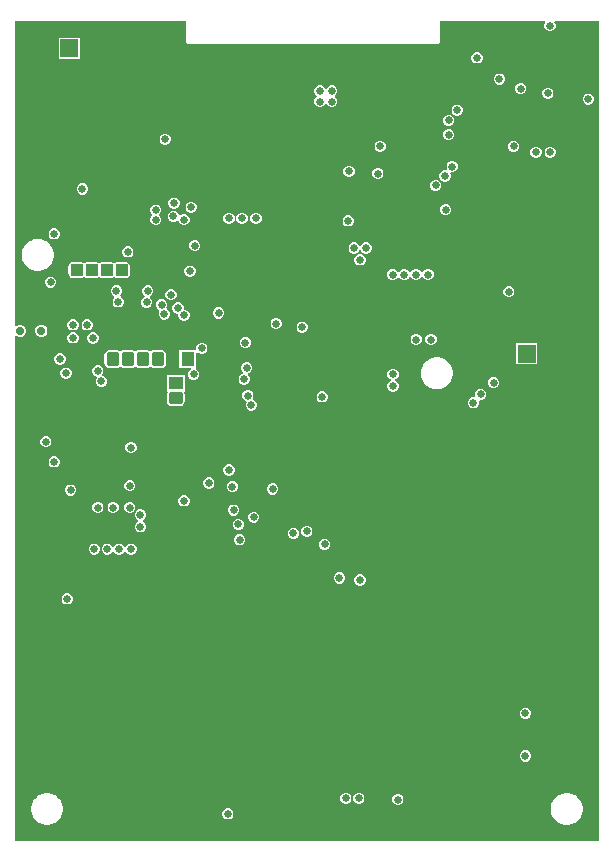
<source format=gbr>
%TF.GenerationSoftware,Altium Limited,Altium Designer,21.2.2 (38)*%
G04 Layer_Physical_Order=3*
G04 Layer_Color=16440176*
%FSLAX45Y45*%
%MOMM*%
%TF.SameCoordinates,215B76EA-4B9E-490E-954B-DD862D4548B8*%
%TF.FilePolarity,Positive*%
%TF.FileFunction,Copper,L3,Inr,Signal*%
%TF.Part,Single*%
G01*
G75*
%TA.AperFunction,ComponentPad*%
%ADD70C,0.70000*%
G04:AMPARAMS|DCode=71|XSize=1.2mm|YSize=1.1mm|CornerRadius=0.275mm|HoleSize=0mm|Usage=FLASHONLY|Rotation=0.000|XOffset=0mm|YOffset=0mm|HoleType=Round|Shape=RoundedRectangle|*
%AMROUNDEDRECTD71*
21,1,1.20000,0.55000,0,0,0.0*
21,1,0.65000,1.10000,0,0,0.0*
1,1,0.55000,0.32500,-0.27500*
1,1,0.55000,-0.32500,-0.27500*
1,1,0.55000,-0.32500,0.27500*
1,1,0.55000,0.32500,0.27500*
%
%ADD71ROUNDEDRECTD71*%
%ADD72R,1.20000X1.10000*%
G04:AMPARAMS|DCode=73|XSize=1.2mm|YSize=1.1mm|CornerRadius=0.275mm|HoleSize=0mm|Usage=FLASHONLY|Rotation=270.000|XOffset=0mm|YOffset=0mm|HoleType=Round|Shape=RoundedRectangle|*
%AMROUNDEDRECTD73*
21,1,1.20000,0.55000,0,0,270.0*
21,1,0.65000,1.10000,0,0,270.0*
1,1,0.55000,-0.27500,-0.32500*
1,1,0.55000,-0.27500,0.32500*
1,1,0.55000,0.27500,0.32500*
1,1,0.55000,0.27500,-0.32500*
%
%ADD73ROUNDEDRECTD73*%
%ADD74R,1.10000X1.20000*%
%ADD75C,1.50000*%
%ADD76R,1.50000X1.50000*%
G04:AMPARAMS|DCode=77|XSize=1.1mm|YSize=1.1mm|CornerRadius=0.275mm|HoleSize=0mm|Usage=FLASHONLY|Rotation=90.000|XOffset=0mm|YOffset=0mm|HoleType=Round|Shape=RoundedRectangle|*
%AMROUNDEDRECTD77*
21,1,1.10000,0.55000,0,0,90.0*
21,1,0.55000,1.10000,0,0,90.0*
1,1,0.55000,0.27500,0.27500*
1,1,0.55000,0.27500,-0.27500*
1,1,0.55000,-0.27500,-0.27500*
1,1,0.55000,-0.27500,0.27500*
%
%ADD77ROUNDEDRECTD77*%
%ADD78R,1.10000X1.10000*%
%ADD79R,1.50000X1.50000*%
%TA.AperFunction,ViaPad*%
%ADD80C,0.65000*%
G36*
X4974512Y25488D02*
X25488D01*
Y4306926D01*
X38188Y4312187D01*
X43611Y4306764D01*
X62355Y4299000D01*
X82644D01*
X101389Y4306764D01*
X115736Y4321111D01*
X123500Y4339855D01*
Y4360144D01*
X115736Y4378889D01*
X101389Y4393236D01*
X82644Y4401000D01*
X62355D01*
X43611Y4393236D01*
X38188Y4387813D01*
X25488Y4393074D01*
Y6974512D01*
X1474512D01*
Y6800001D01*
X1476452Y6790247D01*
X1481977Y6781978D01*
X1490247Y6776452D01*
X1500001Y6774512D01*
X3599999D01*
X3609753Y6776452D01*
X3618022Y6781978D01*
X3623548Y6790247D01*
X3625488Y6800001D01*
Y6974512D01*
X4514376D01*
X4519636Y6961812D01*
X4517231Y6959407D01*
X4510000Y6941948D01*
Y6923052D01*
X4517231Y6905593D01*
X4530593Y6892231D01*
X4548052Y6885000D01*
X4566948D01*
X4584407Y6892231D01*
X4597769Y6905593D01*
X4605000Y6923052D01*
Y6941948D01*
X4597769Y6959407D01*
X4595364Y6961812D01*
X4600624Y6974512D01*
X4974512D01*
Y25488D01*
D02*
G37*
%LPC*%
G36*
X580000Y6830000D02*
X400000D01*
Y6650000D01*
X580000D01*
Y6830000D01*
D02*
G37*
G36*
X3949448Y6707500D02*
X3930552D01*
X3913093Y6700269D01*
X3899731Y6686907D01*
X3892500Y6669448D01*
Y6650552D01*
X3899731Y6633093D01*
X3913093Y6619731D01*
X3930552Y6612500D01*
X3949448D01*
X3966907Y6619731D01*
X3980269Y6633093D01*
X3987500Y6650552D01*
Y6669448D01*
X3980269Y6686907D01*
X3966907Y6700269D01*
X3949448Y6707500D01*
D02*
G37*
G36*
X4139448Y6527500D02*
X4120552D01*
X4103093Y6520269D01*
X4089731Y6506907D01*
X4082500Y6489448D01*
Y6470552D01*
X4089731Y6453093D01*
X4103093Y6439731D01*
X4120552Y6432500D01*
X4139448D01*
X4156907Y6439731D01*
X4170269Y6453093D01*
X4177500Y6470552D01*
Y6489448D01*
X4170269Y6506907D01*
X4156907Y6520269D01*
X4139448Y6527500D01*
D02*
G37*
G36*
X2719448Y6427500D02*
X2700552D01*
X2683093Y6420269D01*
X2669731Y6406907D01*
X2666873Y6400007D01*
X2653127D01*
X2650269Y6406907D01*
X2636907Y6420269D01*
X2619448Y6427500D01*
X2600552D01*
X2583093Y6420269D01*
X2569731Y6406907D01*
X2562500Y6389448D01*
Y6370552D01*
X2569731Y6353093D01*
X2580064Y6342760D01*
X2581946Y6335000D01*
X2580064Y6327240D01*
X2569731Y6316907D01*
X2562500Y6299448D01*
Y6280552D01*
X2569731Y6263093D01*
X2583093Y6249731D01*
X2600552Y6242500D01*
X2619448D01*
X2636907Y6249731D01*
X2650269Y6263093D01*
X2653127Y6269993D01*
X2666873D01*
X2669731Y6263093D01*
X2683093Y6249731D01*
X2700552Y6242500D01*
X2719448D01*
X2736907Y6249731D01*
X2750269Y6263093D01*
X2757500Y6280552D01*
Y6299448D01*
X2750269Y6316907D01*
X2739936Y6327240D01*
X2738054Y6335000D01*
X2739936Y6342760D01*
X2750269Y6353093D01*
X2757500Y6370552D01*
Y6389448D01*
X2750269Y6406907D01*
X2736907Y6420269D01*
X2719448Y6427500D01*
D02*
G37*
G36*
X4319448Y6447500D02*
X4300552D01*
X4283093Y6440269D01*
X4269731Y6426907D01*
X4262500Y6409448D01*
Y6390552D01*
X4269731Y6373093D01*
X4283093Y6359731D01*
X4300552Y6352500D01*
X4319448D01*
X4336907Y6359731D01*
X4350269Y6373093D01*
X4357500Y6390552D01*
Y6409448D01*
X4350269Y6426907D01*
X4336907Y6440269D01*
X4319448Y6447500D01*
D02*
G37*
G36*
X4549448Y6407500D02*
X4530552D01*
X4513093Y6400269D01*
X4499731Y6386907D01*
X4492500Y6369448D01*
Y6350552D01*
X4499731Y6333093D01*
X4513093Y6319731D01*
X4530552Y6312500D01*
X4549448D01*
X4566907Y6319731D01*
X4580269Y6333093D01*
X4587500Y6350552D01*
Y6369448D01*
X4580269Y6386907D01*
X4566907Y6400269D01*
X4549448Y6407500D01*
D02*
G37*
G36*
X4891948Y6357500D02*
X4873052D01*
X4855593Y6350269D01*
X4842231Y6336907D01*
X4835000Y6319448D01*
Y6300552D01*
X4842231Y6283093D01*
X4855593Y6269731D01*
X4873052Y6262500D01*
X4891948D01*
X4909407Y6269731D01*
X4922769Y6283093D01*
X4930000Y6300552D01*
Y6319448D01*
X4922769Y6336907D01*
X4909407Y6350269D01*
X4891948Y6357500D01*
D02*
G37*
G36*
X3781948Y6265000D02*
X3763052D01*
X3745593Y6257769D01*
X3732231Y6244407D01*
X3725000Y6226948D01*
Y6208052D01*
X3732231Y6190593D01*
X3745593Y6177231D01*
X3763052Y6170000D01*
X3781948D01*
X3799407Y6177231D01*
X3812769Y6190593D01*
X3820000Y6208052D01*
Y6226948D01*
X3812769Y6244407D01*
X3799407Y6257769D01*
X3781948Y6265000D01*
D02*
G37*
G36*
X3709448Y6177500D02*
X3690552D01*
X3673093Y6170269D01*
X3659731Y6156907D01*
X3652500Y6139448D01*
Y6120552D01*
X3659731Y6103093D01*
X3673093Y6089731D01*
X3690552Y6082500D01*
X3709448D01*
X3726907Y6089731D01*
X3740269Y6103093D01*
X3747500Y6120552D01*
Y6139448D01*
X3740269Y6156907D01*
X3726907Y6170269D01*
X3709448Y6177500D01*
D02*
G37*
G36*
Y6057500D02*
X3690552D01*
X3673093Y6050269D01*
X3659731Y6036907D01*
X3652500Y6019448D01*
Y6000552D01*
X3659731Y5983093D01*
X3673093Y5969731D01*
X3690552Y5962500D01*
X3709448D01*
X3726907Y5969731D01*
X3740269Y5983093D01*
X3747500Y6000552D01*
Y6019448D01*
X3740269Y6036907D01*
X3726907Y6050269D01*
X3709448Y6057500D01*
D02*
G37*
G36*
X1309448Y6017500D02*
X1290552D01*
X1273093Y6010269D01*
X1259731Y5996907D01*
X1252500Y5979448D01*
Y5960552D01*
X1259731Y5943093D01*
X1273093Y5929731D01*
X1290552Y5922500D01*
X1309448D01*
X1326907Y5929731D01*
X1340269Y5943093D01*
X1347500Y5960552D01*
Y5979448D01*
X1340269Y5996907D01*
X1326907Y6010269D01*
X1309448Y6017500D01*
D02*
G37*
G36*
X4259448Y5957500D02*
X4240552D01*
X4223093Y5950269D01*
X4209731Y5936907D01*
X4202500Y5919448D01*
Y5900552D01*
X4209731Y5883093D01*
X4223093Y5869731D01*
X4240552Y5862500D01*
X4259448D01*
X4276907Y5869731D01*
X4290269Y5883093D01*
X4297500Y5900552D01*
Y5919448D01*
X4290269Y5936907D01*
X4276907Y5950269D01*
X4259448Y5957500D01*
D02*
G37*
G36*
X3129448D02*
X3110552D01*
X3093093Y5950269D01*
X3079731Y5936907D01*
X3072500Y5919448D01*
Y5900552D01*
X3079731Y5883093D01*
X3093093Y5869731D01*
X3110552Y5862500D01*
X3129448D01*
X3146907Y5869731D01*
X3160269Y5883093D01*
X3167500Y5900552D01*
Y5919448D01*
X3160269Y5936907D01*
X3146907Y5950269D01*
X3129448Y5957500D01*
D02*
G37*
G36*
X4569448Y5907500D02*
X4550552D01*
X4533093Y5900269D01*
X4519731Y5886907D01*
X4512500Y5869448D01*
Y5850552D01*
X4519731Y5833093D01*
X4533093Y5819731D01*
X4550552Y5812500D01*
X4569448D01*
X4586907Y5819731D01*
X4600269Y5833093D01*
X4607500Y5850552D01*
Y5869448D01*
X4600269Y5886907D01*
X4586907Y5900269D01*
X4569448Y5907500D01*
D02*
G37*
G36*
X4449448D02*
X4430552D01*
X4413093Y5900269D01*
X4399731Y5886907D01*
X4392500Y5869448D01*
Y5850552D01*
X4399731Y5833093D01*
X4413093Y5819731D01*
X4430552Y5812500D01*
X4449448D01*
X4466907Y5819731D01*
X4480269Y5833093D01*
X4487500Y5850552D01*
Y5869448D01*
X4480269Y5886907D01*
X4466907Y5900269D01*
X4449448Y5907500D01*
D02*
G37*
G36*
X2865468Y5746020D02*
X2846572D01*
X2829113Y5738789D01*
X2815752Y5725427D01*
X2808520Y5707969D01*
Y5689072D01*
X2815752Y5671613D01*
X2829113Y5658252D01*
X2846572Y5651020D01*
X2865468D01*
X2882927Y5658252D01*
X2896289Y5671613D01*
X2903520Y5689072D01*
Y5707969D01*
X2896289Y5725427D01*
X2882927Y5738789D01*
X2865468Y5746020D01*
D02*
G37*
G36*
X3109448Y5727500D02*
X3090552D01*
X3073093Y5720269D01*
X3059731Y5706907D01*
X3052500Y5689448D01*
Y5670552D01*
X3059731Y5653093D01*
X3073093Y5639731D01*
X3090552Y5632500D01*
X3109448D01*
X3126907Y5639731D01*
X3140269Y5653093D01*
X3147500Y5670552D01*
Y5689448D01*
X3140269Y5706907D01*
X3126907Y5720269D01*
X3109448Y5727500D01*
D02*
G37*
G36*
X3739448Y5787500D02*
X3720552D01*
X3703093Y5780269D01*
X3689731Y5766907D01*
X3682500Y5749448D01*
Y5730552D01*
X3687784Y5717794D01*
X3681766Y5710362D01*
X3678731Y5707500D01*
X3660552D01*
X3643093Y5700269D01*
X3629731Y5686907D01*
X3622500Y5669448D01*
Y5650552D01*
X3629731Y5633093D01*
X3643093Y5619731D01*
X3660552Y5612500D01*
X3679448D01*
X3696907Y5619731D01*
X3710269Y5633093D01*
X3717500Y5650552D01*
Y5669448D01*
X3712216Y5682206D01*
X3718234Y5689638D01*
X3721269Y5692500D01*
X3739448D01*
X3756907Y5699731D01*
X3770269Y5713093D01*
X3777500Y5730552D01*
Y5749448D01*
X3770269Y5766907D01*
X3756907Y5780269D01*
X3739448Y5787500D01*
D02*
G37*
G36*
X3599448Y5627500D02*
X3580552D01*
X3563093Y5620269D01*
X3549731Y5606907D01*
X3542500Y5589448D01*
Y5570552D01*
X3549731Y5553093D01*
X3563093Y5539731D01*
X3580552Y5532500D01*
X3599448D01*
X3616907Y5539731D01*
X3630269Y5553093D01*
X3637500Y5570552D01*
Y5589448D01*
X3630269Y5606907D01*
X3616907Y5620269D01*
X3599448Y5627500D01*
D02*
G37*
G36*
X609448Y5597500D02*
X590552D01*
X573093Y5590269D01*
X559731Y5576907D01*
X552500Y5559448D01*
Y5540552D01*
X559731Y5523093D01*
X573093Y5509731D01*
X590552Y5502500D01*
X609448D01*
X626907Y5509731D01*
X640269Y5523093D01*
X647500Y5540552D01*
Y5559448D01*
X640269Y5576907D01*
X626907Y5590269D01*
X609448Y5597500D01*
D02*
G37*
G36*
X1384448Y5477500D02*
X1365552D01*
X1348093Y5470269D01*
X1334731Y5456907D01*
X1327500Y5439448D01*
Y5420552D01*
X1334731Y5403093D01*
X1348093Y5389731D01*
X1365552Y5382500D01*
X1384448D01*
X1401907Y5389731D01*
X1415269Y5403093D01*
X1422500Y5420552D01*
Y5439448D01*
X1415269Y5456907D01*
X1401907Y5470269D01*
X1384448Y5477500D01*
D02*
G37*
G36*
X1529448Y5442500D02*
X1510552D01*
X1493093Y5435269D01*
X1479731Y5421907D01*
X1472500Y5404448D01*
Y5385552D01*
X1479731Y5368093D01*
X1493093Y5354731D01*
X1510552Y5347500D01*
X1529448D01*
X1546907Y5354731D01*
X1560269Y5368093D01*
X1567500Y5385552D01*
Y5404448D01*
X1560269Y5421907D01*
X1546907Y5435269D01*
X1529448Y5442500D01*
D02*
G37*
G36*
X3684448Y5422500D02*
X3665552D01*
X3648093Y5415269D01*
X3634731Y5401907D01*
X3627500Y5384448D01*
Y5365552D01*
X3634731Y5348093D01*
X3648093Y5334731D01*
X3665552Y5327500D01*
X3684448D01*
X3701907Y5334731D01*
X3715269Y5348093D01*
X3722500Y5365552D01*
Y5384448D01*
X3715269Y5401907D01*
X3701907Y5415269D01*
X3684448Y5422500D01*
D02*
G37*
G36*
X2079448Y5347500D02*
X2060552D01*
X2043093Y5340269D01*
X2029731Y5326907D01*
X2022500Y5309448D01*
Y5290552D01*
X2029731Y5273093D01*
X2043093Y5259731D01*
X2060552Y5252500D01*
X2079448D01*
X2096907Y5259731D01*
X2110269Y5273093D01*
X2117500Y5290552D01*
Y5309448D01*
X2110269Y5326907D01*
X2096907Y5340269D01*
X2079448Y5347500D01*
D02*
G37*
G36*
X1959448D02*
X1940552D01*
X1923093Y5340269D01*
X1909731Y5326907D01*
X1902500Y5309448D01*
Y5290552D01*
X1909731Y5273093D01*
X1923093Y5259731D01*
X1940552Y5252500D01*
X1959448D01*
X1976907Y5259731D01*
X1990269Y5273093D01*
X1997500Y5290552D01*
Y5309448D01*
X1990269Y5326907D01*
X1976907Y5340269D01*
X1959448Y5347500D01*
D02*
G37*
G36*
X1849448D02*
X1830552D01*
X1813093Y5340269D01*
X1799731Y5326907D01*
X1792500Y5309448D01*
Y5290552D01*
X1799731Y5273093D01*
X1813093Y5259731D01*
X1830552Y5252500D01*
X1849448D01*
X1866907Y5259731D01*
X1880269Y5273093D01*
X1887500Y5290552D01*
Y5309448D01*
X1880269Y5326907D01*
X1866907Y5340269D01*
X1849448Y5347500D01*
D02*
G37*
G36*
X1379448Y5365000D02*
X1360552D01*
X1343093Y5357769D01*
X1329731Y5344407D01*
X1322500Y5326948D01*
Y5308052D01*
X1329731Y5290593D01*
X1343093Y5277231D01*
X1360552Y5270000D01*
X1379448D01*
X1396907Y5277231D01*
X1399925Y5280250D01*
X1403020Y5280324D01*
X1414166Y5276530D01*
X1419731Y5263093D01*
X1433093Y5249731D01*
X1450552Y5242500D01*
X1469448D01*
X1486907Y5249731D01*
X1500269Y5263093D01*
X1507500Y5280552D01*
Y5299448D01*
X1500269Y5316907D01*
X1486907Y5330269D01*
X1469448Y5337500D01*
X1450552D01*
X1433093Y5330269D01*
X1430075Y5327250D01*
X1426980Y5327176D01*
X1415834Y5330970D01*
X1410269Y5344407D01*
X1396907Y5357769D01*
X1379448Y5365000D01*
D02*
G37*
G36*
X1229448Y5417500D02*
X1210552D01*
X1193093Y5410269D01*
X1179731Y5396907D01*
X1172500Y5379448D01*
Y5360552D01*
X1179731Y5343093D01*
X1192825Y5330000D01*
X1179731Y5316907D01*
X1172500Y5299448D01*
Y5280552D01*
X1179731Y5263093D01*
X1193093Y5249731D01*
X1210552Y5242500D01*
X1229448D01*
X1246907Y5249731D01*
X1260269Y5263093D01*
X1267500Y5280552D01*
Y5299448D01*
X1260269Y5316907D01*
X1247176Y5330000D01*
X1260269Y5343093D01*
X1267500Y5360552D01*
Y5379448D01*
X1260269Y5396907D01*
X1246907Y5410269D01*
X1229448Y5417500D01*
D02*
G37*
G36*
X2859448Y5327500D02*
X2840552D01*
X2823093Y5320269D01*
X2809731Y5306907D01*
X2802500Y5289448D01*
Y5270552D01*
X2809731Y5253093D01*
X2823093Y5239731D01*
X2840552Y5232500D01*
X2859448D01*
X2876907Y5239731D01*
X2890269Y5253093D01*
X2897500Y5270552D01*
Y5289448D01*
X2890269Y5306907D01*
X2876907Y5320269D01*
X2859448Y5327500D01*
D02*
G37*
G36*
X369448Y5217500D02*
X350552D01*
X333093Y5210269D01*
X319731Y5196907D01*
X312500Y5179448D01*
Y5160552D01*
X319731Y5143093D01*
X333093Y5129731D01*
X350552Y5122500D01*
X369448D01*
X386907Y5129731D01*
X400269Y5143093D01*
X407500Y5160552D01*
Y5179448D01*
X400269Y5196907D01*
X386907Y5210269D01*
X369448Y5217500D01*
D02*
G37*
G36*
X3009448Y5097500D02*
X2990552D01*
X2973093Y5090269D01*
X2959731Y5076907D01*
X2956873Y5070006D01*
X2943127D01*
X2940269Y5076907D01*
X2926907Y5090269D01*
X2909448Y5097500D01*
X2890552D01*
X2873093Y5090269D01*
X2859731Y5076907D01*
X2852500Y5059448D01*
Y5040552D01*
X2859731Y5023093D01*
X2873093Y5009731D01*
X2890552Y5002500D01*
X2909448D01*
X2926907Y5009731D01*
X2940269Y5023093D01*
X2943127Y5029994D01*
X2956873D01*
X2959731Y5023093D01*
X2973093Y5009731D01*
X2990552Y5002500D01*
X3009448D01*
X3026907Y5009731D01*
X3040269Y5023093D01*
X3047500Y5040552D01*
Y5059448D01*
X3040269Y5076907D01*
X3026907Y5090269D01*
X3009448Y5097500D01*
D02*
G37*
G36*
X1559448Y5117500D02*
X1540552D01*
X1523093Y5110269D01*
X1509731Y5096907D01*
X1502500Y5079448D01*
Y5060552D01*
X1509731Y5043093D01*
X1523093Y5029731D01*
X1540552Y5022500D01*
X1559448D01*
X1576907Y5029731D01*
X1590269Y5043093D01*
X1597500Y5060552D01*
Y5079448D01*
X1590269Y5096907D01*
X1576907Y5110269D01*
X1559448Y5117500D01*
D02*
G37*
G36*
X993265Y5065000D02*
X974369D01*
X956910Y5057769D01*
X943548Y5044407D01*
X936317Y5026948D01*
Y5008052D01*
X943548Y4990593D01*
X956910Y4977231D01*
X974369Y4970000D01*
X993265D01*
X1010724Y4977231D01*
X1024086Y4990593D01*
X1031317Y5008052D01*
Y5026948D01*
X1024086Y5044407D01*
X1010724Y5057769D01*
X993265Y5065000D01*
D02*
G37*
G36*
X958500Y4935832D02*
X903500D01*
X886917Y4932534D01*
X876009Y4925245D01*
X867500Y4923954D01*
X858991Y4925245D01*
X848082Y4932534D01*
X831500Y4935832D01*
X776500D01*
X759917Y4932534D01*
X749009Y4925245D01*
X740500Y4923954D01*
X731991Y4925245D01*
X721082Y4932534D01*
X704500Y4935832D01*
X649500D01*
X632917Y4932534D01*
X622009Y4925245D01*
X613500Y4923954D01*
X604991Y4925245D01*
X594082Y4932534D01*
X577500Y4935832D01*
X522500D01*
X505917Y4932534D01*
X491859Y4923141D01*
X482466Y4909082D01*
X479167Y4892500D01*
Y4837500D01*
X482466Y4820917D01*
X491859Y4806859D01*
X505917Y4797466D01*
X522500Y4794167D01*
X577500D01*
X594082Y4797466D01*
X604991Y4804755D01*
X613500Y4806046D01*
X622009Y4804755D01*
X632917Y4797466D01*
X649500Y4794167D01*
X704500D01*
X721082Y4797466D01*
X731991Y4804755D01*
X740500Y4806046D01*
X749009Y4804755D01*
X759917Y4797466D01*
X776500Y4794167D01*
X831500D01*
X848082Y4797466D01*
X858991Y4804755D01*
X867500Y4806046D01*
X876009Y4804755D01*
X886917Y4797466D01*
X903500Y4794167D01*
X958500D01*
X975082Y4797466D01*
X989141Y4806859D01*
X998534Y4820917D01*
X1001832Y4837500D01*
Y4892500D01*
X998534Y4909082D01*
X989141Y4923141D01*
X975082Y4932534D01*
X958500Y4935832D01*
D02*
G37*
G36*
X2959448Y4997500D02*
X2940552D01*
X2923093Y4990269D01*
X2909731Y4976907D01*
X2902500Y4959448D01*
Y4940552D01*
X2909731Y4923093D01*
X2923093Y4909731D01*
X2940552Y4902500D01*
X2959448D01*
X2976907Y4909731D01*
X2990269Y4923093D01*
X2997500Y4940552D01*
Y4959448D01*
X2990269Y4976907D01*
X2976907Y4990269D01*
X2959448Y4997500D01*
D02*
G37*
G36*
X232294Y5127603D02*
X210626D01*
X208164Y5127114D01*
X205653D01*
X184401Y5122886D01*
X182082Y5121925D01*
X179620Y5121436D01*
X159601Y5113144D01*
X157514Y5111749D01*
X155194Y5110788D01*
X137178Y5098750D01*
X135403Y5096975D01*
X133315Y5095580D01*
X117994Y5080258D01*
X116599Y5078171D01*
X114824Y5076396D01*
X102786Y5058380D01*
X101825Y5056061D01*
X100430Y5053973D01*
X92138Y5033954D01*
X91648Y5031492D01*
X90687Y5029172D01*
X86460Y5007920D01*
Y5005410D01*
X85971Y5002948D01*
Y4981280D01*
X86460Y4978817D01*
Y4976307D01*
X90687Y4955055D01*
X91648Y4952735D01*
X92138Y4950273D01*
X100430Y4930254D01*
X101825Y4928167D01*
X102785Y4925848D01*
X114824Y4907831D01*
X116599Y4906056D01*
X117994Y4903969D01*
X133315Y4888647D01*
X135403Y4887252D01*
X137178Y4885477D01*
X155194Y4873439D01*
X157513Y4872479D01*
X159601Y4871083D01*
X179620Y4862791D01*
X182082Y4862301D01*
X184402Y4861341D01*
X205654Y4857114D01*
X208164D01*
X210626Y4856624D01*
X232294D01*
X234756Y4857114D01*
X237267D01*
X258519Y4861341D01*
X260838Y4862302D01*
X263300Y4862791D01*
X283319Y4871083D01*
X285406Y4872478D01*
X287726Y4873439D01*
X305742Y4885477D01*
X307517Y4887252D01*
X309605Y4888647D01*
X324927Y4903969D01*
X326322Y4906056D01*
X328097Y4907831D01*
X340135Y4925848D01*
X341095Y4928166D01*
X342490Y4930254D01*
X350782Y4950273D01*
X351272Y4952735D01*
X352233Y4955055D01*
X356460Y4976307D01*
Y4978818D01*
X356950Y4981280D01*
Y5002948D01*
X356460Y5005409D01*
Y5007920D01*
X352233Y5029172D01*
X351272Y5031492D01*
X350782Y5033954D01*
X342490Y5053973D01*
X341096Y5056060D01*
X340135Y5058380D01*
X328097Y5076396D01*
X326322Y5078171D01*
X324927Y5080258D01*
X309605Y5095580D01*
X307517Y5096975D01*
X305742Y5098750D01*
X287726Y5110788D01*
X285407Y5111748D01*
X283319Y5113144D01*
X263301Y5121436D01*
X260838Y5121925D01*
X258519Y5122886D01*
X237267Y5127114D01*
X234756D01*
X232294Y5127603D01*
D02*
G37*
G36*
X3534448Y4872500D02*
X3515552D01*
X3498093Y4865269D01*
X3484731Y4851907D01*
X3481873Y4845006D01*
X3468127D01*
X3465269Y4851907D01*
X3451907Y4865269D01*
X3434448Y4872500D01*
X3415552D01*
X3398093Y4865269D01*
X3384731Y4851907D01*
X3381873Y4845006D01*
X3368127D01*
X3365269Y4851907D01*
X3351907Y4865269D01*
X3334448Y4872500D01*
X3315552D01*
X3298093Y4865269D01*
X3284731Y4851907D01*
X3281873Y4845006D01*
X3268127D01*
X3265269Y4851907D01*
X3251907Y4865269D01*
X3234448Y4872500D01*
X3215552D01*
X3198093Y4865269D01*
X3184731Y4851907D01*
X3177500Y4834448D01*
Y4815552D01*
X3184731Y4798093D01*
X3198093Y4784731D01*
X3215552Y4777500D01*
X3234448D01*
X3251907Y4784731D01*
X3265269Y4798093D01*
X3268127Y4804994D01*
X3281873D01*
X3284731Y4798093D01*
X3298093Y4784731D01*
X3315552Y4777500D01*
X3334448D01*
X3351907Y4784731D01*
X3365269Y4798093D01*
X3368127Y4804994D01*
X3381873D01*
X3384731Y4798093D01*
X3398093Y4784731D01*
X3415552Y4777500D01*
X3434448D01*
X3451907Y4784731D01*
X3465269Y4798093D01*
X3468127Y4804994D01*
X3481873D01*
X3484731Y4798093D01*
X3498093Y4784731D01*
X3515552Y4777500D01*
X3534448D01*
X3551907Y4784731D01*
X3565269Y4798093D01*
X3572500Y4815552D01*
Y4834448D01*
X3565269Y4851907D01*
X3551907Y4865269D01*
X3534448Y4872500D01*
D02*
G37*
G36*
X1519448Y4901716D02*
X1500552D01*
X1483093Y4894484D01*
X1469731Y4881123D01*
X1462500Y4863664D01*
Y4844768D01*
X1469731Y4827309D01*
X1483093Y4813947D01*
X1500552Y4806716D01*
X1519448D01*
X1536907Y4813947D01*
X1550269Y4827309D01*
X1557500Y4844768D01*
Y4863664D01*
X1550269Y4881123D01*
X1536907Y4894484D01*
X1519448Y4901716D01*
D02*
G37*
G36*
X339448Y4807500D02*
X320552D01*
X303093Y4800269D01*
X289731Y4786907D01*
X282500Y4769448D01*
Y4750552D01*
X289731Y4733093D01*
X303093Y4719731D01*
X320552Y4712500D01*
X339448D01*
X356907Y4719731D01*
X370269Y4733093D01*
X377500Y4750552D01*
Y4769448D01*
X370269Y4786907D01*
X356907Y4800269D01*
X339448Y4807500D01*
D02*
G37*
G36*
X4219448Y4727500D02*
X4200552D01*
X4183093Y4720269D01*
X4169731Y4706907D01*
X4162500Y4689448D01*
Y4670552D01*
X4169731Y4653093D01*
X4183093Y4639731D01*
X4200552Y4632500D01*
X4219448D01*
X4236907Y4639731D01*
X4250269Y4653093D01*
X4257500Y4670552D01*
Y4689448D01*
X4250269Y4706907D01*
X4236907Y4720269D01*
X4219448Y4727500D01*
D02*
G37*
G36*
X1359448Y4702500D02*
X1340552D01*
X1323093Y4695268D01*
X1309731Y4681907D01*
X1302500Y4664448D01*
Y4645552D01*
X1309731Y4628093D01*
X1323093Y4614731D01*
X1340552Y4607500D01*
X1359448D01*
X1376907Y4614731D01*
X1390269Y4628093D01*
X1397500Y4645552D01*
Y4664448D01*
X1390269Y4681907D01*
X1376907Y4695268D01*
X1359448Y4702500D01*
D02*
G37*
G36*
X896948Y4735000D02*
X878052D01*
X860593Y4727769D01*
X847231Y4714407D01*
X840000Y4696948D01*
Y4678052D01*
X847231Y4660593D01*
X860593Y4647231D01*
X867203Y4644493D01*
X869939Y4629614D01*
X862231Y4621907D01*
X855000Y4604448D01*
Y4585552D01*
X862231Y4568093D01*
X875593Y4554731D01*
X893052Y4547500D01*
X911948D01*
X929407Y4554731D01*
X942769Y4568093D01*
X950000Y4585552D01*
Y4604448D01*
X942769Y4621907D01*
X929407Y4635269D01*
X922797Y4638006D01*
X920061Y4652886D01*
X927769Y4660593D01*
X935000Y4678052D01*
Y4696948D01*
X927769Y4714407D01*
X914407Y4727769D01*
X896948Y4735000D01*
D02*
G37*
G36*
X1161948D02*
X1143052D01*
X1125593Y4727769D01*
X1112231Y4714407D01*
X1105000Y4696948D01*
Y4678052D01*
X1112231Y4660593D01*
X1125593Y4647231D01*
X1124476Y4633948D01*
X1115593Y4630269D01*
X1102231Y4616907D01*
X1095000Y4599448D01*
Y4580552D01*
X1102231Y4563093D01*
X1115593Y4549731D01*
X1133052Y4542500D01*
X1151948D01*
X1169407Y4549731D01*
X1182769Y4563093D01*
X1190000Y4580552D01*
Y4599448D01*
X1182769Y4616907D01*
X1169407Y4630268D01*
X1170524Y4643552D01*
X1179407Y4647231D01*
X1192769Y4660593D01*
X1200000Y4678052D01*
Y4696948D01*
X1192769Y4714407D01*
X1179407Y4727769D01*
X1161948Y4735000D01*
D02*
G37*
G36*
X1761948Y4547500D02*
X1743052D01*
X1725593Y4540269D01*
X1712232Y4526907D01*
X1705000Y4509448D01*
Y4490552D01*
X1712232Y4473093D01*
X1725593Y4459731D01*
X1743052Y4452500D01*
X1761948D01*
X1779407Y4459731D01*
X1792769Y4473093D01*
X1800000Y4490552D01*
Y4509448D01*
X1792769Y4526907D01*
X1779407Y4540269D01*
X1761948Y4547500D01*
D02*
G37*
G36*
X1278790Y4618158D02*
X1259893D01*
X1242435Y4610927D01*
X1229073Y4597565D01*
X1221841Y4580107D01*
Y4561210D01*
X1229073Y4543752D01*
X1242435Y4530390D01*
X1247162Y4528431D01*
X1250703Y4513218D01*
X1245000Y4499448D01*
Y4480552D01*
X1252231Y4463093D01*
X1265593Y4449731D01*
X1283052Y4442500D01*
X1301948D01*
X1319407Y4449731D01*
X1332768Y4463093D01*
X1340000Y4480552D01*
Y4499448D01*
X1332768Y4516907D01*
X1319407Y4530269D01*
X1314679Y4532227D01*
X1311138Y4547440D01*
X1316841Y4561210D01*
Y4580107D01*
X1309610Y4597565D01*
X1296248Y4610927D01*
X1278790Y4618158D01*
D02*
G37*
G36*
X1418039Y4590000D02*
X1399142D01*
X1381684Y4582769D01*
X1368322Y4569407D01*
X1361090Y4551948D01*
Y4533052D01*
X1368322Y4515593D01*
X1381684Y4502231D01*
X1399142Y4495000D01*
X1408571D01*
X1411841Y4490106D01*
Y4471210D01*
X1419073Y4453752D01*
X1432435Y4440390D01*
X1449893Y4433158D01*
X1468790D01*
X1486248Y4440390D01*
X1499610Y4453752D01*
X1506841Y4471210D01*
Y4490107D01*
X1499610Y4507565D01*
X1486248Y4520927D01*
X1468790Y4528158D01*
X1459360D01*
X1456091Y4533052D01*
Y4551948D01*
X1448859Y4569407D01*
X1435497Y4582769D01*
X1418039Y4590000D01*
D02*
G37*
G36*
X2249448Y4457500D02*
X2230552D01*
X2213093Y4450269D01*
X2199731Y4436907D01*
X2192500Y4419448D01*
Y4400552D01*
X2199731Y4383093D01*
X2213093Y4369731D01*
X2230552Y4362500D01*
X2249448D01*
X2266907Y4369731D01*
X2280269Y4383093D01*
X2287500Y4400552D01*
Y4419448D01*
X2280269Y4436907D01*
X2266907Y4450269D01*
X2249448Y4457500D01*
D02*
G37*
G36*
X649448Y4447500D02*
X630552D01*
X613093Y4440269D01*
X599731Y4426907D01*
X592500Y4409448D01*
Y4390552D01*
X599731Y4373093D01*
X613093Y4359731D01*
X630552Y4352500D01*
X649448D01*
X666907Y4359731D01*
X680269Y4373093D01*
X687500Y4390552D01*
Y4409448D01*
X680269Y4426907D01*
X666907Y4440269D01*
X649448Y4447500D01*
D02*
G37*
G36*
X529448D02*
X510552D01*
X493093Y4440269D01*
X479731Y4426907D01*
X472500Y4409448D01*
Y4390552D01*
X479731Y4373093D01*
X493093Y4359731D01*
X510552Y4352500D01*
X529448D01*
X546907Y4359731D01*
X560269Y4373093D01*
X567500Y4390552D01*
Y4409448D01*
X560269Y4426907D01*
X546907Y4440269D01*
X529448Y4447500D01*
D02*
G37*
G36*
X2469448Y4427500D02*
X2450552D01*
X2433093Y4420269D01*
X2419731Y4406907D01*
X2412500Y4389448D01*
Y4370552D01*
X2419731Y4353093D01*
X2433093Y4339731D01*
X2450552Y4332500D01*
X2469448D01*
X2486907Y4339731D01*
X2500269Y4353093D01*
X2507500Y4370552D01*
Y4389448D01*
X2500269Y4406907D01*
X2486907Y4420269D01*
X2469448Y4427500D01*
D02*
G37*
G36*
X262645Y4401000D02*
X242356D01*
X223611Y4393236D01*
X209265Y4378889D01*
X201500Y4360144D01*
Y4339855D01*
X209265Y4321111D01*
X223611Y4306764D01*
X242356Y4299000D01*
X262645D01*
X281389Y4306764D01*
X295736Y4321111D01*
X303500Y4339855D01*
Y4360144D01*
X295736Y4378889D01*
X281389Y4393236D01*
X262645Y4401000D01*
D02*
G37*
G36*
X529448Y4337500D02*
X510552D01*
X493093Y4330269D01*
X479731Y4316907D01*
X472500Y4299448D01*
Y4280552D01*
X479731Y4263093D01*
X493093Y4249731D01*
X510552Y4242500D01*
X529448D01*
X546907Y4249731D01*
X560269Y4263093D01*
X567500Y4280552D01*
Y4299448D01*
X560269Y4316907D01*
X546907Y4330269D01*
X529448Y4337500D01*
D02*
G37*
G36*
X699448Y4335000D02*
X680552D01*
X663093Y4327769D01*
X649731Y4314407D01*
X642500Y4296948D01*
Y4278052D01*
X649731Y4260593D01*
X663093Y4247231D01*
X680552Y4240000D01*
X699448D01*
X716907Y4247231D01*
X730269Y4260593D01*
X737500Y4278052D01*
Y4296948D01*
X730269Y4314407D01*
X716907Y4327769D01*
X699448Y4335000D01*
D02*
G37*
G36*
X3559448Y4322500D02*
X3540552D01*
X3523093Y4315269D01*
X3509731Y4301907D01*
X3502500Y4284448D01*
Y4265552D01*
X3509731Y4248093D01*
X3523093Y4234731D01*
X3540552Y4227500D01*
X3559448D01*
X3576907Y4234731D01*
X3590269Y4248093D01*
X3597500Y4265552D01*
Y4284448D01*
X3590269Y4301907D01*
X3576907Y4315269D01*
X3559448Y4322500D01*
D02*
G37*
G36*
X3434448D02*
X3415552D01*
X3398093Y4315269D01*
X3384731Y4301907D01*
X3377500Y4284448D01*
Y4265552D01*
X3384731Y4248093D01*
X3398093Y4234731D01*
X3415552Y4227500D01*
X3434448D01*
X3451907Y4234731D01*
X3465269Y4248093D01*
X3472500Y4265552D01*
Y4284448D01*
X3465269Y4301907D01*
X3451907Y4315269D01*
X3434448Y4322500D01*
D02*
G37*
G36*
X1989448Y4297500D02*
X1970552D01*
X1953093Y4290269D01*
X1939731Y4276907D01*
X1932500Y4259448D01*
Y4240552D01*
X1939731Y4223093D01*
X1953093Y4209731D01*
X1970552Y4202500D01*
X1989448D01*
X2006907Y4209731D01*
X2020269Y4223093D01*
X2027500Y4240552D01*
Y4259448D01*
X2020269Y4276907D01*
X2006907Y4290269D01*
X1989448Y4297500D01*
D02*
G37*
G36*
X1264500Y4185832D02*
X1209500D01*
X1192918Y4182534D01*
X1182009Y4175245D01*
X1173500Y4173954D01*
X1164991Y4175245D01*
X1154083Y4182534D01*
X1137500Y4185832D01*
X1082500D01*
X1065918Y4182534D01*
X1055009Y4175245D01*
X1046500Y4173954D01*
X1037991Y4175245D01*
X1027083Y4182534D01*
X1010500Y4185832D01*
X955500D01*
X938918Y4182534D01*
X928009Y4175245D01*
X919500Y4173954D01*
X910991Y4175245D01*
X900083Y4182534D01*
X883500Y4185832D01*
X828500D01*
X811918Y4182534D01*
X797859Y4173140D01*
X788466Y4159082D01*
X785168Y4142500D01*
Y4077500D01*
X788466Y4060917D01*
X797859Y4046859D01*
X811918Y4037466D01*
X828500Y4034167D01*
X883500D01*
X900083Y4037466D01*
X910991Y4044755D01*
X919500Y4046046D01*
X928009Y4044755D01*
X938918Y4037466D01*
X955500Y4034167D01*
X1010500D01*
X1027083Y4037466D01*
X1037991Y4044755D01*
X1046500Y4046046D01*
X1055009Y4044755D01*
X1065918Y4037466D01*
X1082500Y4034167D01*
X1137500D01*
X1154083Y4037466D01*
X1164991Y4044755D01*
X1173500Y4046046D01*
X1182009Y4044755D01*
X1192918Y4037466D01*
X1209500Y4034167D01*
X1264500D01*
X1281083Y4037466D01*
X1295141Y4046859D01*
X1304534Y4060917D01*
X1307833Y4077500D01*
Y4142500D01*
X1304534Y4159082D01*
X1295141Y4173140D01*
X1281083Y4182534D01*
X1264500Y4185832D01*
D02*
G37*
G36*
X1619448Y4247500D02*
X1600552D01*
X1583093Y4240269D01*
X1569731Y4226907D01*
X1562500Y4209448D01*
Y4197078D01*
X1561637Y4190133D01*
X1551053Y4185000D01*
X1421000D01*
Y4035000D01*
X1515471D01*
X1517998Y4022300D01*
X1513093Y4020269D01*
X1499731Y4006907D01*
X1492500Y3989448D01*
Y3970552D01*
X1499731Y3953093D01*
X1513093Y3939731D01*
X1530552Y3932500D01*
X1549448D01*
X1566907Y3939731D01*
X1580269Y3953093D01*
X1587500Y3970552D01*
Y3989448D01*
X1580269Y4006907D01*
X1566907Y4020269D01*
X1561501Y4022508D01*
X1561000Y4035000D01*
X1561000Y4036462D01*
Y4163864D01*
X1573700Y4169125D01*
X1583093Y4159731D01*
X1600552Y4152500D01*
X1619448D01*
X1636907Y4159731D01*
X1650269Y4173093D01*
X1657500Y4190552D01*
Y4209448D01*
X1650269Y4226907D01*
X1636907Y4240269D01*
X1619448Y4247500D01*
D02*
G37*
G36*
X4450000Y4246000D02*
X4270000D01*
Y4066000D01*
X4450000D01*
Y4246000D01*
D02*
G37*
G36*
X419448Y4157500D02*
X400552D01*
X383093Y4150269D01*
X369731Y4136907D01*
X362500Y4119448D01*
Y4100552D01*
X369731Y4083093D01*
X383093Y4069731D01*
X400552Y4062500D01*
X419448D01*
X436907Y4069731D01*
X450269Y4083093D01*
X457500Y4100552D01*
Y4119448D01*
X450269Y4136907D01*
X436907Y4150269D01*
X419448Y4157500D01*
D02*
G37*
G36*
X469448Y4037500D02*
X450552D01*
X433093Y4030269D01*
X419731Y4016907D01*
X412500Y3999448D01*
Y3980552D01*
X419731Y3963093D01*
X433093Y3949731D01*
X450552Y3942500D01*
X469448D01*
X486907Y3949731D01*
X500269Y3963093D01*
X507500Y3980552D01*
Y3999448D01*
X500269Y4016907D01*
X486907Y4030269D01*
X469448Y4037500D01*
D02*
G37*
G36*
X1999448Y4083159D02*
X1980552D01*
X1963093Y4075927D01*
X1949731Y4062565D01*
X1942500Y4045107D01*
Y4026210D01*
X1949731Y4008752D01*
X1958289Y4000194D01*
X1958416Y3999239D01*
X1954892Y3986087D01*
X1942435Y3980927D01*
X1929073Y3967565D01*
X1921841Y3950107D01*
Y3931210D01*
X1929073Y3913752D01*
X1942435Y3900390D01*
X1959893Y3893159D01*
X1978790D01*
X1996248Y3900390D01*
X2009610Y3913752D01*
X2016842Y3931210D01*
Y3950107D01*
X2009610Y3967565D01*
X2001053Y3976123D01*
X2000925Y3977078D01*
X2004450Y3990230D01*
X2016907Y3995390D01*
X2030269Y4008752D01*
X2037500Y4026210D01*
Y4045107D01*
X2030269Y4062565D01*
X2016907Y4075927D01*
X1999448Y4083159D01*
D02*
G37*
G36*
X739448Y4057500D02*
X720552D01*
X703093Y4050269D01*
X689731Y4036907D01*
X682500Y4019448D01*
Y4000552D01*
X689731Y3983093D01*
X703093Y3969731D01*
X718298Y3963434D01*
X721746Y3955182D01*
X722625Y3949800D01*
X719731Y3946907D01*
X712500Y3929448D01*
Y3910552D01*
X719731Y3893093D01*
X733093Y3879731D01*
X750552Y3872500D01*
X769448D01*
X786907Y3879731D01*
X800269Y3893093D01*
X807500Y3910552D01*
Y3929448D01*
X800269Y3946907D01*
X786907Y3960269D01*
X771703Y3966566D01*
X768254Y3974818D01*
X767375Y3980200D01*
X770269Y3983093D01*
X777500Y4000552D01*
Y4019448D01*
X770269Y4036907D01*
X756907Y4050269D01*
X739448Y4057500D01*
D02*
G37*
G36*
X4089448Y3957500D02*
X4070552D01*
X4053093Y3950269D01*
X4039731Y3936907D01*
X4032500Y3919448D01*
Y3900552D01*
X4039731Y3883093D01*
X4053093Y3869731D01*
X4070552Y3862500D01*
X4089448D01*
X4106907Y3869731D01*
X4120269Y3883093D01*
X4127500Y3900552D01*
Y3919448D01*
X4120269Y3936907D01*
X4106907Y3950269D01*
X4089448Y3957500D01*
D02*
G37*
G36*
X3610834Y4125490D02*
X3589166D01*
X3586704Y4125000D01*
X3584193D01*
X3562941Y4120773D01*
X3560622Y4119812D01*
X3558160Y4119322D01*
X3538140Y4111030D01*
X3536054Y4109635D01*
X3533734Y4108675D01*
X3515718Y4096636D01*
X3513943Y4094861D01*
X3511855Y4093466D01*
X3496533Y4078144D01*
X3495138Y4076057D01*
X3493363Y4074282D01*
X3481325Y4056266D01*
X3480365Y4053947D01*
X3478970Y4051859D01*
X3470678Y4031840D01*
X3470188Y4029378D01*
X3469227Y4027058D01*
X3465000Y4005806D01*
Y4003296D01*
X3464510Y4000834D01*
Y3979166D01*
X3465000Y3976704D01*
Y3974193D01*
X3469227Y3952941D01*
X3470188Y3950622D01*
X3470678Y3948159D01*
X3478970Y3928140D01*
X3480364Y3926054D01*
X3481325Y3923734D01*
X3493363Y3905718D01*
X3495138Y3903943D01*
X3496533Y3901855D01*
X3511855Y3886533D01*
X3513943Y3885138D01*
X3515718Y3883363D01*
X3533734Y3871325D01*
X3536053Y3870365D01*
X3538140Y3868970D01*
X3558159Y3860678D01*
X3560622Y3860188D01*
X3562941Y3859227D01*
X3584193Y3855000D01*
X3586704D01*
X3589166Y3854510D01*
X3610834D01*
X3613296Y3855000D01*
X3615806D01*
X3637058Y3859227D01*
X3639378Y3860188D01*
X3641840Y3860678D01*
X3661859Y3868970D01*
X3663946Y3870364D01*
X3666266Y3871325D01*
X3684282Y3883363D01*
X3686057Y3885138D01*
X3688145Y3886533D01*
X3703466Y3901855D01*
X3704861Y3903943D01*
X3706636Y3905718D01*
X3718674Y3923734D01*
X3719635Y3926053D01*
X3721030Y3928140D01*
X3729322Y3948159D01*
X3729812Y3950622D01*
X3730773Y3952941D01*
X3735000Y3974193D01*
Y3976704D01*
X3735490Y3979166D01*
Y4000834D01*
X3735000Y4003296D01*
Y4005807D01*
X3730773Y4027058D01*
X3729812Y4029378D01*
X3729322Y4031840D01*
X3721030Y4051859D01*
X3719635Y4053946D01*
X3718675Y4056266D01*
X3706636Y4074282D01*
X3704861Y4076057D01*
X3703466Y4078144D01*
X3688145Y4093466D01*
X3686057Y4094861D01*
X3684282Y4096636D01*
X3666266Y4108674D01*
X3663947Y4109635D01*
X3661859Y4111030D01*
X3641840Y4119322D01*
X3639378Y4119812D01*
X3637059Y4120773D01*
X3615807Y4125000D01*
X3613296D01*
X3610834Y4125490D01*
D02*
G37*
G36*
X1465000Y3977000D02*
X1315000D01*
Y3837000D01*
X1315000D01*
X1319932Y3827773D01*
X1317466Y3824083D01*
X1314168Y3807500D01*
Y3752500D01*
X1317466Y3735918D01*
X1326859Y3721859D01*
X1340918Y3712466D01*
X1357500Y3709168D01*
X1422500D01*
X1439082Y3712466D01*
X1453141Y3721859D01*
X1462534Y3735918D01*
X1465832Y3752500D01*
Y3807500D01*
X1462534Y3824083D01*
X1460068Y3827773D01*
X1465000Y3837000D01*
X1465000D01*
Y3977000D01*
D02*
G37*
G36*
X3239448Y4027500D02*
X3220552D01*
X3203093Y4020269D01*
X3189731Y4006907D01*
X3182500Y3989448D01*
Y3970552D01*
X3189731Y3953093D01*
X3203093Y3939731D01*
X3209993Y3936873D01*
Y3923127D01*
X3203093Y3920269D01*
X3189731Y3906907D01*
X3182500Y3889448D01*
Y3870552D01*
X3189731Y3853093D01*
X3203093Y3839731D01*
X3220552Y3832500D01*
X3239448D01*
X3256907Y3839731D01*
X3270269Y3853093D01*
X3277500Y3870552D01*
Y3889448D01*
X3270269Y3906907D01*
X3256907Y3920269D01*
X3250007Y3923127D01*
Y3936873D01*
X3256907Y3939731D01*
X3270269Y3953093D01*
X3277500Y3970552D01*
Y3989448D01*
X3270269Y4006907D01*
X3256907Y4020269D01*
X3239448Y4027500D01*
D02*
G37*
G36*
X2639448Y3837500D02*
X2620552D01*
X2603093Y3830269D01*
X2589731Y3816907D01*
X2582500Y3799448D01*
Y3780552D01*
X2589731Y3763093D01*
X2603093Y3749731D01*
X2620552Y3742500D01*
X2639448D01*
X2656907Y3749731D01*
X2670269Y3763093D01*
X2677500Y3780552D01*
Y3799448D01*
X2670269Y3816907D01*
X2656907Y3830269D01*
X2639448Y3837500D01*
D02*
G37*
G36*
X3979448Y3857500D02*
X3960552D01*
X3943093Y3850269D01*
X3929731Y3836907D01*
X3922500Y3819448D01*
Y3800552D01*
X3923308Y3798601D01*
X3914160Y3787500D01*
X3900552D01*
X3883093Y3780269D01*
X3869731Y3766907D01*
X3862500Y3749448D01*
Y3730552D01*
X3869731Y3713093D01*
X3883093Y3699731D01*
X3900552Y3692500D01*
X3919448D01*
X3936907Y3699731D01*
X3950269Y3713093D01*
X3957500Y3730552D01*
Y3749448D01*
X3956692Y3751398D01*
X3965840Y3762500D01*
X3979448D01*
X3996907Y3769731D01*
X4010269Y3783093D01*
X4017500Y3800552D01*
Y3819448D01*
X4010269Y3836907D01*
X3996907Y3850269D01*
X3979448Y3857500D01*
D02*
G37*
G36*
X2009448Y3847500D02*
X1990552D01*
X1973093Y3840269D01*
X1959731Y3826907D01*
X1952500Y3809448D01*
Y3790552D01*
X1959731Y3773093D01*
X1973093Y3759731D01*
X1980295Y3756748D01*
X1988846Y3747802D01*
X1986544Y3741460D01*
X1981841Y3730107D01*
Y3711210D01*
X1989073Y3693752D01*
X2002435Y3680390D01*
X2019893Y3673159D01*
X2038790D01*
X2056248Y3680390D01*
X2069610Y3693752D01*
X2076841Y3711210D01*
Y3730107D01*
X2069610Y3747565D01*
X2056248Y3760927D01*
X2049046Y3763910D01*
X2040495Y3772857D01*
X2042798Y3779199D01*
X2047500Y3790552D01*
Y3809448D01*
X2040269Y3826907D01*
X2026907Y3840269D01*
X2009448Y3847500D01*
D02*
G37*
G36*
X299448Y3457500D02*
X280552D01*
X263093Y3450269D01*
X249731Y3436907D01*
X242500Y3419448D01*
Y3400552D01*
X249731Y3383093D01*
X263093Y3369731D01*
X280552Y3362500D01*
X299448D01*
X316907Y3369731D01*
X330269Y3383093D01*
X337500Y3400552D01*
Y3419448D01*
X330269Y3436907D01*
X316907Y3450269D01*
X299448Y3457500D01*
D02*
G37*
G36*
X1019448Y3407500D02*
X1000552D01*
X983093Y3400269D01*
X969731Y3386907D01*
X962500Y3369448D01*
Y3350552D01*
X969731Y3333093D01*
X983093Y3319731D01*
X1000552Y3312500D01*
X1019448D01*
X1036907Y3319731D01*
X1050269Y3333093D01*
X1057500Y3350552D01*
Y3369448D01*
X1050269Y3386907D01*
X1036907Y3400269D01*
X1019448Y3407500D01*
D02*
G37*
G36*
X369448Y3287500D02*
X350552D01*
X333093Y3280269D01*
X319731Y3266907D01*
X312500Y3249448D01*
Y3230552D01*
X319731Y3213093D01*
X333093Y3199731D01*
X350552Y3192500D01*
X369448D01*
X386907Y3199731D01*
X400269Y3213093D01*
X407500Y3230552D01*
Y3249448D01*
X400269Y3266907D01*
X386907Y3280269D01*
X369448Y3287500D01*
D02*
G37*
G36*
X1849448Y3217500D02*
X1830552D01*
X1813093Y3210269D01*
X1799731Y3196907D01*
X1792500Y3179448D01*
Y3160552D01*
X1799731Y3143093D01*
X1813093Y3129731D01*
X1830552Y3122500D01*
X1849448D01*
X1866907Y3129731D01*
X1880269Y3143093D01*
X1887500Y3160552D01*
Y3179448D01*
X1880269Y3196907D01*
X1866907Y3210269D01*
X1849448Y3217500D01*
D02*
G37*
G36*
X1679448Y3107500D02*
X1660552D01*
X1643093Y3100269D01*
X1629731Y3086907D01*
X1622500Y3069448D01*
Y3050552D01*
X1629731Y3033093D01*
X1643093Y3019731D01*
X1660552Y3012500D01*
X1679448D01*
X1696907Y3019731D01*
X1710269Y3033093D01*
X1717500Y3050552D01*
Y3069448D01*
X1710269Y3086907D01*
X1696907Y3100269D01*
X1679448Y3107500D01*
D02*
G37*
G36*
X1009448Y3085000D02*
X990552D01*
X973093Y3077769D01*
X959731Y3064407D01*
X952500Y3046948D01*
Y3028052D01*
X959731Y3010593D01*
X973093Y2997231D01*
X990552Y2990000D01*
X1009448D01*
X1026907Y2997231D01*
X1040269Y3010593D01*
X1047500Y3028052D01*
Y3046948D01*
X1040269Y3064407D01*
X1026907Y3077769D01*
X1009448Y3085000D01*
D02*
G37*
G36*
X1879448Y3077500D02*
X1860552D01*
X1843093Y3070269D01*
X1829731Y3056907D01*
X1822500Y3039448D01*
Y3020552D01*
X1829731Y3003093D01*
X1843093Y2989731D01*
X1860552Y2982500D01*
X1879448D01*
X1896907Y2989731D01*
X1910269Y3003093D01*
X1917500Y3020552D01*
Y3039448D01*
X1910269Y3056907D01*
X1896907Y3070269D01*
X1879448Y3077500D01*
D02*
G37*
G36*
X2219448Y3057500D02*
X2200552D01*
X2183093Y3050269D01*
X2169731Y3036907D01*
X2162500Y3019448D01*
Y3000552D01*
X2169731Y2983093D01*
X2183093Y2969731D01*
X2200552Y2962500D01*
X2219448D01*
X2236907Y2969731D01*
X2250269Y2983093D01*
X2257500Y3000552D01*
Y3019448D01*
X2250269Y3036907D01*
X2236907Y3050269D01*
X2219448Y3057500D01*
D02*
G37*
G36*
X509448Y3047500D02*
X490552D01*
X473093Y3040269D01*
X459731Y3026907D01*
X452500Y3009448D01*
Y2990552D01*
X459731Y2973093D01*
X473093Y2959731D01*
X490552Y2952500D01*
X509448D01*
X526907Y2959731D01*
X540269Y2973093D01*
X547500Y2990552D01*
Y3009448D01*
X540269Y3026907D01*
X526907Y3040269D01*
X509448Y3047500D01*
D02*
G37*
G36*
X1469448Y2957500D02*
X1450552D01*
X1433093Y2950269D01*
X1419731Y2936907D01*
X1412500Y2919448D01*
Y2900552D01*
X1419731Y2883093D01*
X1433093Y2869731D01*
X1450552Y2862500D01*
X1469448D01*
X1486907Y2869731D01*
X1500269Y2883093D01*
X1507500Y2900552D01*
Y2919448D01*
X1500269Y2936907D01*
X1486907Y2950269D01*
X1469448Y2957500D01*
D02*
G37*
G36*
X1009448Y2900000D02*
X990552D01*
X973093Y2892769D01*
X959731Y2879407D01*
X952500Y2861948D01*
Y2843052D01*
X959731Y2825593D01*
X973093Y2812231D01*
X990552Y2805000D01*
X1009448D01*
X1026907Y2812231D01*
X1040269Y2825593D01*
X1047500Y2843052D01*
Y2861948D01*
X1040269Y2879407D01*
X1026907Y2892769D01*
X1009448Y2900000D01*
D02*
G37*
G36*
X869448D02*
X850552D01*
X833093Y2892769D01*
X819731Y2879407D01*
X812500Y2861948D01*
Y2843052D01*
X819731Y2825593D01*
X833093Y2812231D01*
X850552Y2805000D01*
X869448D01*
X886907Y2812231D01*
X900269Y2825593D01*
X907500Y2843052D01*
Y2861948D01*
X900269Y2879407D01*
X886907Y2892769D01*
X869448Y2900000D01*
D02*
G37*
G36*
X739448D02*
X720552D01*
X703093Y2892769D01*
X689731Y2879407D01*
X682500Y2861948D01*
Y2843052D01*
X689731Y2825593D01*
X703093Y2812231D01*
X720552Y2805000D01*
X739448D01*
X756907Y2812231D01*
X770269Y2825593D01*
X777500Y2843052D01*
Y2861948D01*
X770269Y2879407D01*
X756907Y2892769D01*
X739448Y2900000D01*
D02*
G37*
G36*
X1889448Y2877500D02*
X1870552D01*
X1853093Y2870269D01*
X1839731Y2856907D01*
X1832500Y2839448D01*
Y2820552D01*
X1839731Y2803093D01*
X1853093Y2789731D01*
X1870552Y2782500D01*
X1889448D01*
X1906907Y2789731D01*
X1920269Y2803093D01*
X1927500Y2820552D01*
Y2839448D01*
X1920269Y2856907D01*
X1906907Y2870269D01*
X1889448Y2877500D01*
D02*
G37*
G36*
X2059448Y2817500D02*
X2040552D01*
X2023093Y2810269D01*
X2009731Y2796907D01*
X2002500Y2779448D01*
Y2760552D01*
X2009731Y2743093D01*
X2023093Y2729731D01*
X2040552Y2722500D01*
X2059448D01*
X2076907Y2729731D01*
X2090269Y2743093D01*
X2097500Y2760552D01*
Y2779448D01*
X2090269Y2796907D01*
X2076907Y2810269D01*
X2059448Y2817500D01*
D02*
G37*
G36*
X1929448Y2757500D02*
X1910552D01*
X1893093Y2750269D01*
X1879731Y2736907D01*
X1872500Y2719448D01*
Y2700552D01*
X1879731Y2683093D01*
X1893093Y2669731D01*
X1910552Y2662500D01*
X1929448D01*
X1946907Y2669731D01*
X1960269Y2683093D01*
X1967500Y2700552D01*
Y2719448D01*
X1960269Y2736907D01*
X1946907Y2750269D01*
X1929448Y2757500D01*
D02*
G37*
G36*
X1099448Y2837500D02*
X1080552D01*
X1063093Y2830269D01*
X1049731Y2816907D01*
X1042500Y2799448D01*
Y2780552D01*
X1049731Y2763093D01*
X1063093Y2749731D01*
X1069994Y2746873D01*
Y2733127D01*
X1063093Y2730269D01*
X1049731Y2716907D01*
X1042500Y2699448D01*
Y2680552D01*
X1049731Y2663093D01*
X1063093Y2649731D01*
X1080552Y2642500D01*
X1099448D01*
X1116907Y2649731D01*
X1130269Y2663093D01*
X1137500Y2680552D01*
Y2699448D01*
X1130269Y2716907D01*
X1116907Y2730269D01*
X1110006Y2733127D01*
Y2746873D01*
X1116907Y2749731D01*
X1130269Y2763093D01*
X1137500Y2780552D01*
Y2799448D01*
X1130269Y2816907D01*
X1116907Y2830269D01*
X1099448Y2837500D01*
D02*
G37*
G36*
X2509448Y2697500D02*
X2490552D01*
X2473093Y2690269D01*
X2459731Y2676907D01*
X2452500Y2659448D01*
Y2640552D01*
X2459731Y2623093D01*
X2473093Y2609731D01*
X2490552Y2602500D01*
X2509448D01*
X2526907Y2609731D01*
X2540269Y2623093D01*
X2547500Y2640552D01*
Y2659448D01*
X2540269Y2676907D01*
X2526907Y2690269D01*
X2509448Y2697500D01*
D02*
G37*
G36*
X2395699Y2681250D02*
X2376802D01*
X2359344Y2674019D01*
X2345982Y2660657D01*
X2338750Y2643198D01*
Y2624302D01*
X2345982Y2606843D01*
X2359344Y2593481D01*
X2376802Y2586250D01*
X2395699D01*
X2413157Y2593481D01*
X2426519Y2606843D01*
X2433750Y2624302D01*
Y2643198D01*
X2426519Y2660657D01*
X2413157Y2674019D01*
X2395699Y2681250D01*
D02*
G37*
G36*
X1939448Y2627500D02*
X1920552D01*
X1903093Y2620269D01*
X1889731Y2606907D01*
X1882500Y2589448D01*
Y2570552D01*
X1889731Y2553093D01*
X1903093Y2539731D01*
X1920552Y2532500D01*
X1939448D01*
X1956907Y2539731D01*
X1970269Y2553093D01*
X1977500Y2570552D01*
Y2589448D01*
X1970269Y2606907D01*
X1956907Y2620269D01*
X1939448Y2627500D01*
D02*
G37*
G36*
X1019448Y2547500D02*
X1000552D01*
X983093Y2540269D01*
X969731Y2526907D01*
X966873Y2520006D01*
X953127D01*
X950269Y2526907D01*
X936907Y2540269D01*
X919448Y2547500D01*
X900552D01*
X883093Y2540269D01*
X869731Y2526907D01*
X866873Y2520006D01*
X853127D01*
X850269Y2526907D01*
X836907Y2540269D01*
X819448Y2547500D01*
X800552D01*
X783093Y2540269D01*
X769731Y2526907D01*
X762500Y2509448D01*
Y2490552D01*
X769731Y2473093D01*
X783093Y2459731D01*
X800552Y2452500D01*
X819448D01*
X836907Y2459731D01*
X850269Y2473093D01*
X853127Y2479994D01*
X866873D01*
X869731Y2473093D01*
X883093Y2459731D01*
X900552Y2452500D01*
X919448D01*
X936907Y2459731D01*
X950269Y2473093D01*
X953127Y2479994D01*
X966873D01*
X969731Y2473093D01*
X983093Y2459731D01*
X1000552Y2452500D01*
X1019448D01*
X1036907Y2459731D01*
X1050269Y2473093D01*
X1057500Y2490552D01*
Y2509448D01*
X1050269Y2526907D01*
X1036907Y2540269D01*
X1019448Y2547500D01*
D02*
G37*
G36*
X2659448Y2587500D02*
X2640552D01*
X2623093Y2580269D01*
X2609731Y2566907D01*
X2602500Y2549448D01*
Y2530552D01*
X2609731Y2513093D01*
X2623093Y2499731D01*
X2640552Y2492500D01*
X2659448D01*
X2676907Y2499731D01*
X2690269Y2513093D01*
X2697500Y2530552D01*
Y2549448D01*
X2690269Y2566907D01*
X2676907Y2580269D01*
X2659448Y2587500D01*
D02*
G37*
G36*
X709448Y2547500D02*
X690552D01*
X673093Y2540269D01*
X659731Y2526907D01*
X652500Y2509448D01*
Y2490552D01*
X659731Y2473093D01*
X673093Y2459731D01*
X690552Y2452500D01*
X709448D01*
X726907Y2459731D01*
X740269Y2473093D01*
X747500Y2490552D01*
Y2509448D01*
X740269Y2526907D01*
X726907Y2540269D01*
X709448Y2547500D01*
D02*
G37*
G36*
X2785107Y2303159D02*
X2766210D01*
X2748752Y2295927D01*
X2735390Y2282565D01*
X2728159Y2265107D01*
Y2246210D01*
X2735390Y2228752D01*
X2748752Y2215390D01*
X2766210Y2208159D01*
X2785107D01*
X2802565Y2215390D01*
X2815927Y2228752D01*
X2823159Y2246210D01*
Y2265107D01*
X2815927Y2282565D01*
X2802565Y2295927D01*
X2785107Y2303159D01*
D02*
G37*
G36*
X2959448Y2287500D02*
X2940552D01*
X2923093Y2280269D01*
X2909731Y2266907D01*
X2902500Y2249448D01*
Y2230552D01*
X2909731Y2213093D01*
X2923093Y2199731D01*
X2940552Y2192500D01*
X2959448D01*
X2976907Y2199731D01*
X2990269Y2213093D01*
X2997500Y2230552D01*
Y2249448D01*
X2990269Y2266907D01*
X2976907Y2280269D01*
X2959448Y2287500D01*
D02*
G37*
G36*
X479448Y2127500D02*
X460552D01*
X443093Y2120269D01*
X429731Y2106907D01*
X422500Y2089448D01*
Y2070552D01*
X429731Y2053093D01*
X443093Y2039731D01*
X460552Y2032500D01*
X479448D01*
X496907Y2039731D01*
X510269Y2053093D01*
X517500Y2070552D01*
Y2089448D01*
X510269Y2106907D01*
X496907Y2120269D01*
X479448Y2127500D01*
D02*
G37*
G36*
X4359448Y1157500D02*
X4340552D01*
X4323093Y1150269D01*
X4309731Y1136907D01*
X4302500Y1119448D01*
Y1100552D01*
X4309731Y1083093D01*
X4323093Y1069731D01*
X4340552Y1062500D01*
X4359448D01*
X4376907Y1069731D01*
X4390269Y1083093D01*
X4397500Y1100552D01*
Y1119448D01*
X4390269Y1136907D01*
X4376907Y1150269D01*
X4359448Y1157500D01*
D02*
G37*
G36*
Y797500D02*
X4340552D01*
X4323093Y790269D01*
X4309731Y776907D01*
X4302500Y759448D01*
Y740552D01*
X4309731Y723093D01*
X4323093Y709731D01*
X4340552Y702500D01*
X4359448D01*
X4376907Y709731D01*
X4390269Y723093D01*
X4397500Y740552D01*
Y759448D01*
X4390269Y776907D01*
X4376907Y790269D01*
X4359448Y797500D01*
D02*
G37*
G36*
X2949448Y437500D02*
X2930552D01*
X2913093Y430269D01*
X2899731Y416907D01*
X2892500Y399448D01*
Y380552D01*
X2899731Y363093D01*
X2913093Y349731D01*
X2930552Y342500D01*
X2949448D01*
X2966907Y349731D01*
X2980269Y363093D01*
X2987500Y380552D01*
Y399448D01*
X2980269Y416907D01*
X2966907Y430269D01*
X2949448Y437500D01*
D02*
G37*
G36*
X2839448D02*
X2820552D01*
X2803093Y430269D01*
X2789731Y416907D01*
X2782500Y399448D01*
Y380552D01*
X2789731Y363093D01*
X2803093Y349731D01*
X2820552Y342500D01*
X2839448D01*
X2856907Y349731D01*
X2870269Y363093D01*
X2877500Y380552D01*
Y399448D01*
X2870269Y416907D01*
X2856907Y430269D01*
X2839448Y437500D01*
D02*
G37*
G36*
X3279448Y427500D02*
X3260552D01*
X3243093Y420269D01*
X3229731Y406907D01*
X3222500Y389448D01*
Y370552D01*
X3229731Y353093D01*
X3243093Y339731D01*
X3260552Y332500D01*
X3279448D01*
X3296907Y339731D01*
X3310269Y353093D01*
X3317500Y370552D01*
Y389448D01*
X3310269Y406907D01*
X3296907Y420269D01*
X3279448Y427500D01*
D02*
G37*
G36*
X1839448Y307500D02*
X1820552D01*
X1803093Y300269D01*
X1789731Y286907D01*
X1782500Y269448D01*
Y250552D01*
X1789731Y233093D01*
X1803093Y219731D01*
X1820552Y212500D01*
X1839448D01*
X1856907Y219731D01*
X1870269Y233093D01*
X1877500Y250552D01*
Y269448D01*
X1870269Y286907D01*
X1856907Y300269D01*
X1839448Y307500D01*
D02*
G37*
G36*
X4710834Y435490D02*
X4689166D01*
X4686704Y435000D01*
X4684193D01*
X4662941Y430773D01*
X4660622Y429812D01*
X4658160Y429322D01*
X4638141Y421030D01*
X4636054Y419635D01*
X4633734Y418675D01*
X4615718Y406636D01*
X4613943Y404861D01*
X4611855Y403466D01*
X4596533Y388145D01*
X4595138Y386057D01*
X4593363Y384282D01*
X4581325Y366266D01*
X4580365Y363947D01*
X4578970Y361859D01*
X4570678Y341840D01*
X4570188Y339378D01*
X4569227Y337058D01*
X4565000Y315806D01*
Y313296D01*
X4564510Y310834D01*
Y289166D01*
X4565000Y286704D01*
Y284193D01*
X4569227Y262941D01*
X4570188Y260622D01*
X4570678Y258160D01*
X4578970Y238140D01*
X4580364Y236054D01*
X4581325Y233734D01*
X4593363Y215718D01*
X4595138Y213943D01*
X4596533Y211855D01*
X4611855Y196533D01*
X4613943Y195138D01*
X4615718Y193363D01*
X4633734Y181325D01*
X4636053Y180365D01*
X4638141Y178970D01*
X4658159Y170678D01*
X4660622Y170188D01*
X4662941Y169227D01*
X4684193Y165000D01*
X4686704D01*
X4689166Y164510D01*
X4710834D01*
X4713296Y165000D01*
X4715806D01*
X4737058Y169227D01*
X4739378Y170188D01*
X4741840Y170678D01*
X4761859Y178970D01*
X4763946Y180364D01*
X4766266Y181325D01*
X4784282Y193363D01*
X4786057Y195138D01*
X4788145Y196533D01*
X4803466Y211855D01*
X4804861Y213943D01*
X4806636Y215718D01*
X4818674Y233734D01*
X4819635Y236053D01*
X4821030Y238140D01*
X4829322Y258159D01*
X4829812Y260622D01*
X4830773Y262941D01*
X4835000Y284193D01*
Y286704D01*
X4835490Y289166D01*
Y310834D01*
X4835000Y313296D01*
Y315807D01*
X4830773Y337059D01*
X4829812Y339378D01*
X4829322Y341840D01*
X4821030Y361859D01*
X4819636Y363946D01*
X4818675Y366266D01*
X4806636Y384282D01*
X4804861Y386057D01*
X4803466Y388145D01*
X4788145Y403466D01*
X4786057Y404861D01*
X4784282Y406636D01*
X4766266Y418674D01*
X4763947Y419635D01*
X4761859Y421030D01*
X4741840Y429322D01*
X4739378Y429812D01*
X4737059Y430773D01*
X4715807Y435000D01*
X4713296D01*
X4710834Y435490D01*
D02*
G37*
G36*
X310834D02*
X289166D01*
X286704Y435000D01*
X284193D01*
X262941Y430773D01*
X260622Y429812D01*
X258160Y429322D01*
X238140Y421030D01*
X236054Y419635D01*
X233734Y418675D01*
X215718Y406636D01*
X213943Y404861D01*
X211855Y403466D01*
X196533Y388145D01*
X195138Y386057D01*
X193363Y384282D01*
X181325Y366266D01*
X180365Y363947D01*
X178970Y361859D01*
X170678Y341840D01*
X170188Y339378D01*
X169227Y337058D01*
X165000Y315806D01*
Y313296D01*
X164510Y310834D01*
Y289166D01*
X165000Y286704D01*
Y284193D01*
X169227Y262941D01*
X170188Y260622D01*
X170678Y258160D01*
X178970Y238140D01*
X180364Y236054D01*
X181325Y233734D01*
X193363Y215718D01*
X195138Y213943D01*
X196533Y211855D01*
X211855Y196533D01*
X213943Y195138D01*
X215718Y193363D01*
X233734Y181325D01*
X236053Y180365D01*
X238140Y178970D01*
X258159Y170678D01*
X260622Y170188D01*
X262941Y169227D01*
X284193Y165000D01*
X286704D01*
X289166Y164510D01*
X310834D01*
X313296Y165000D01*
X315806D01*
X337058Y169227D01*
X339378Y170188D01*
X341840Y170678D01*
X361859Y178970D01*
X363946Y180364D01*
X366266Y181325D01*
X384282Y193363D01*
X386057Y195138D01*
X388145Y196533D01*
X403466Y211855D01*
X404861Y213943D01*
X406636Y215718D01*
X418674Y233734D01*
X419635Y236053D01*
X421030Y238140D01*
X429322Y258159D01*
X429812Y260622D01*
X430773Y262941D01*
X435000Y284193D01*
Y286704D01*
X435490Y289166D01*
Y310834D01*
X435000Y313296D01*
Y315807D01*
X430773Y337059D01*
X429812Y339378D01*
X429322Y341840D01*
X421030Y361859D01*
X419635Y363946D01*
X418675Y366266D01*
X406636Y384282D01*
X404861Y386057D01*
X403466Y388145D01*
X388145Y403466D01*
X386057Y404861D01*
X384282Y406636D01*
X366266Y418674D01*
X363947Y419635D01*
X361859Y421030D01*
X341840Y429322D01*
X339378Y429812D01*
X337059Y430773D01*
X315807Y435000D01*
X313296D01*
X310834Y435490D01*
D02*
G37*
%LPD*%
D70*
X252500Y4350000D02*
D03*
X72500D02*
D03*
D71*
X1390000Y3780000D02*
D03*
Y3653000D02*
D03*
D72*
Y3907000D02*
D03*
D73*
X1364000Y4110000D02*
D03*
X1110000D02*
D03*
X1237000D02*
D03*
X856000D02*
D03*
X983000D02*
D03*
D74*
X1491000D02*
D03*
D75*
X4360000Y4410000D02*
D03*
X236000Y6740000D02*
D03*
D76*
X4360000Y4156000D02*
D03*
D77*
X931000Y4865000D02*
D03*
X804000D02*
D03*
X677000D02*
D03*
X550000D02*
D03*
D78*
X423000D02*
D03*
D79*
X490000Y6740000D02*
D03*
D80*
X360000Y5170000D02*
D03*
X250000Y3630000D02*
D03*
X2810000Y260000D02*
D03*
X2300000D02*
D03*
X2160000D02*
D03*
X330000Y4760000D02*
D03*
X4180304Y5351369D02*
D03*
X3160000Y3312500D02*
D03*
X2950000Y3640000D02*
D03*
X3230000Y3980000D02*
D03*
Y3880000D02*
D03*
X2300000Y2980000D02*
D03*
X1460000Y2820000D02*
D03*
X1370000Y3070000D02*
D03*
X2050000Y5870000D02*
D03*
X930000Y5320001D02*
D03*
X3010000Y2490000D02*
D03*
X3090000Y4410000D02*
D03*
X3920000Y4690000D02*
D03*
X4450000Y5540000D02*
D03*
Y5430000D02*
D03*
X4150000Y5900000D02*
D03*
X4040000Y6070000D02*
D03*
X4630000Y6210000D02*
D03*
X2630000Y3790000D02*
D03*
X2470000Y3997500D02*
D03*
X850000Y3360000D02*
D03*
X1160000Y3570000D02*
D03*
X1110000Y3930000D02*
D03*
X1550000Y5070000D02*
D03*
X450000Y5250000D02*
D03*
X700000Y5100000D02*
D03*
X600000Y5250000D02*
D03*
Y5400000D02*
D03*
X700000Y5500000D02*
D03*
X150000Y6500000D02*
D03*
Y6400000D02*
D03*
Y6300000D02*
D03*
Y6200000D02*
D03*
Y6100000D02*
D03*
Y6000000D02*
D03*
Y5900000D02*
D03*
Y5800000D02*
D03*
Y5700000D02*
D03*
Y5600000D02*
D03*
Y5500000D02*
D03*
Y5400000D02*
D03*
Y5300000D02*
D03*
X90000Y4170000D02*
D03*
Y4530000D02*
D03*
X4640000Y1100000D02*
D03*
X4780000D02*
D03*
X4770000Y750000D02*
D03*
X4630000D02*
D03*
X2790000Y1750000D02*
D03*
X2590000D02*
D03*
X2240000Y1760000D02*
D03*
X2040000Y1130000D02*
D03*
X2240000Y750000D02*
D03*
X2590000D02*
D03*
X2880000D02*
D03*
X3440000Y990000D02*
D03*
Y1230000D02*
D03*
Y1450000D02*
D03*
X2380000Y5170000D02*
D03*
X2560000Y4970000D02*
D03*
X1960000Y5030000D02*
D03*
X2040000Y4670000D02*
D03*
X1390000Y4860000D02*
D03*
X1370000Y5750000D02*
D03*
X1630000Y5770000D02*
D03*
Y5870000D02*
D03*
X1600000Y5960000D02*
D03*
X1490000D02*
D03*
X3450000Y5370000D02*
D03*
Y5460000D02*
D03*
Y5550000D02*
D03*
Y5650000D02*
D03*
Y5740000D02*
D03*
X3470000Y5830000D02*
D03*
X3520000Y5910000D02*
D03*
X1800000Y6350000D02*
D03*
X3330000D02*
D03*
X3820000Y6440000D02*
D03*
X3560000Y6460000D02*
D03*
X3700000Y6680000D02*
D03*
X4130000Y6580000D02*
D03*
X4250000D02*
D03*
X4280000Y6220000D02*
D03*
X4310000Y6400000D02*
D03*
X4130000Y6480000D02*
D03*
X4550000Y6460000D02*
D03*
X4760000Y6730000D02*
D03*
X4770000Y6020000D02*
D03*
X4860000Y5690000D02*
D03*
Y4880000D02*
D03*
X4800000Y3940000D02*
D03*
X4810000Y4620000D02*
D03*
X4620000Y4760000D02*
D03*
X4710000D02*
D03*
X4380000Y4550000D02*
D03*
X4090000Y4490000D02*
D03*
X4100000Y4570000D02*
D03*
X3460000Y4470000D02*
D03*
X3270000Y4590000D02*
D03*
X3350000Y4650000D02*
D03*
X4610000Y3260000D02*
D03*
X3480000Y3110000D02*
D03*
X3350000D02*
D03*
X3200000Y2590000D02*
D03*
X2690000Y2840000D02*
D03*
X2740000Y3260000D02*
D03*
X2760000Y3380000D02*
D03*
X2670000Y3450000D02*
D03*
X2330000Y4040000D02*
D03*
X2240000Y4410000D02*
D03*
X2460000Y4380000D02*
D03*
X1980000Y4140000D02*
D03*
X660000Y4700000D02*
D03*
X540000Y4730000D02*
D03*
X430000D02*
D03*
X520000Y4290000D02*
D03*
Y4400000D02*
D03*
X640000D02*
D03*
X80000Y3540000D02*
D03*
Y3430000D02*
D03*
Y3310000D02*
D03*
X100000Y2710000D02*
D03*
X180000Y2410000D02*
D03*
X270000Y2320000D02*
D03*
X2950000Y2240000D02*
D03*
X3270000Y380000D02*
D03*
X2940000Y390000D02*
D03*
X2830000D02*
D03*
X2775659Y2255659D02*
D03*
X4380000Y2060000D02*
D03*
X4360000Y1980000D02*
D03*
X4210000Y1840000D02*
D03*
X4130000D02*
D03*
X4050000D02*
D03*
X4860000Y2060000D02*
D03*
X4780000D02*
D03*
X4700000D02*
D03*
X4620000D02*
D03*
X4540000D02*
D03*
X4460000D02*
D03*
X4940000Y1820000D02*
D03*
Y1900000D02*
D03*
Y1980000D02*
D03*
Y2060000D02*
D03*
Y1340000D02*
D03*
Y1420000D02*
D03*
Y1500000D02*
D03*
Y1580000D02*
D03*
Y1660000D02*
D03*
Y1740000D02*
D03*
X4620000Y1260000D02*
D03*
X4700000D02*
D03*
X4780000D02*
D03*
X4860000D02*
D03*
X4940000D02*
D03*
X4140000D02*
D03*
X4220000D02*
D03*
X4300000D02*
D03*
X4380000D02*
D03*
X4460000D02*
D03*
X4540000D02*
D03*
X4060000Y1500000D02*
D03*
Y1420000D02*
D03*
Y1340000D02*
D03*
Y1260000D02*
D03*
Y1580000D02*
D03*
X4140000D02*
D03*
X4220000D02*
D03*
X4300000D02*
D03*
X4310000Y1500000D02*
D03*
X4320000Y1420000D02*
D03*
X4400000Y1400000D02*
D03*
X4480000D02*
D03*
X4560000D02*
D03*
X4640000D02*
D03*
X4720000D02*
D03*
X4790000Y1450000D02*
D03*
Y1530000D02*
D03*
Y1610000D02*
D03*
Y1690000D02*
D03*
Y1770000D02*
D03*
Y1850000D02*
D03*
X4770000Y1930000D02*
D03*
X4690000D02*
D03*
X4610000D02*
D03*
X4530000D02*
D03*
X4450000D02*
D03*
X4370000Y1900000D02*
D03*
X4330000Y1830000D02*
D03*
X4290000Y1760000D02*
D03*
X4210000D02*
D03*
X4130000D02*
D03*
X4050000D02*
D03*
X1370000D02*
D03*
X1310000Y1820000D02*
D03*
X1370000Y1890000D02*
D03*
X1340000Y1970000D02*
D03*
X1260000D02*
D03*
X1180000D02*
D03*
X1100000D02*
D03*
X1020000D02*
D03*
X940000D02*
D03*
X860000D02*
D03*
X780000D02*
D03*
X700000D02*
D03*
X620000D02*
D03*
X540000D02*
D03*
X460000D02*
D03*
X380000D02*
D03*
X300000D02*
D03*
X220000D02*
D03*
X140000D02*
D03*
X60000Y1970000D02*
D03*
Y1890000D02*
D03*
Y1810000D02*
D03*
Y1730000D02*
D03*
Y1650000D02*
D03*
Y1570000D02*
D03*
Y1490000D02*
D03*
Y1410000D02*
D03*
Y1330000D02*
D03*
Y1250000D02*
D03*
Y1170000D02*
D03*
Y1090000D02*
D03*
Y1010000D02*
D03*
Y930000D02*
D03*
Y850000D02*
D03*
Y770000D02*
D03*
Y690000D02*
D03*
Y610000D02*
D03*
Y530000D02*
D03*
Y450000D02*
D03*
Y370000D02*
D03*
Y290000D02*
D03*
Y210000D02*
D03*
Y130000D02*
D03*
X110000Y60000D02*
D03*
X190000D02*
D03*
X270000D02*
D03*
X350000D02*
D03*
X430000D02*
D03*
X510000D02*
D03*
X590000D02*
D03*
X670000D02*
D03*
X750000D02*
D03*
X830000D02*
D03*
X910000D02*
D03*
X990000D02*
D03*
X1070000D02*
D03*
X1150000D02*
D03*
X1230000D02*
D03*
X1310000D02*
D03*
X1390000Y90000D02*
D03*
Y170000D02*
D03*
Y250000D02*
D03*
Y330000D02*
D03*
Y410000D02*
D03*
Y490000D02*
D03*
Y570000D02*
D03*
Y650000D02*
D03*
Y730000D02*
D03*
X1340000Y1490000D02*
D03*
X1260000D02*
D03*
X1180000Y1460000D02*
D03*
X1150000Y1390000D02*
D03*
X1070000D02*
D03*
X990000Y1400000D02*
D03*
Y1480000D02*
D03*
X920000Y1450000D02*
D03*
X910000Y1370000D02*
D03*
X960000Y1320000D02*
D03*
X1040000Y1310000D02*
D03*
X1120000D02*
D03*
X1200000D02*
D03*
X1260000Y1250000D02*
D03*
Y1170000D02*
D03*
Y1090000D02*
D03*
X1160000Y1010000D02*
D03*
X1240000D02*
D03*
X1320000D02*
D03*
X1400000D02*
D03*
X1390000Y810000D02*
D03*
X1310000D02*
D03*
X1230000D02*
D03*
X1150000D02*
D03*
X1070000D02*
D03*
X990000D02*
D03*
Y890000D02*
D03*
Y970000D02*
D03*
Y1050000D02*
D03*
Y1120000D02*
D03*
X910000Y1130000D02*
D03*
Y1050000D02*
D03*
X840000Y1010000D02*
D03*
X760000D02*
D03*
X680000D02*
D03*
Y930000D02*
D03*
X650000Y850000D02*
D03*
X570000D02*
D03*
X490000D02*
D03*
X410000D02*
D03*
X330000D02*
D03*
X250000D02*
D03*
X190000Y910000D02*
D03*
Y990000D02*
D03*
Y1070000D02*
D03*
Y1150000D02*
D03*
Y1230000D02*
D03*
Y1310000D02*
D03*
X240000Y1380000D02*
D03*
X320000D02*
D03*
X400000D02*
D03*
X480000D02*
D03*
X560000D02*
D03*
X640000D02*
D03*
Y1300000D02*
D03*
Y1220000D02*
D03*
X720000D02*
D03*
Y1300000D02*
D03*
Y1380000D02*
D03*
Y1460000D02*
D03*
X750000Y1540000D02*
D03*
X810000Y1600000D02*
D03*
X880000Y1650000D02*
D03*
X960000Y1680000D02*
D03*
X1040000D02*
D03*
X1120000D02*
D03*
X1200000D02*
D03*
X1280000D02*
D03*
X1360000D02*
D03*
X1860000Y2410000D02*
D03*
X1750000D02*
D03*
X1470000Y2430000D02*
D03*
X1340000D02*
D03*
X1210000D02*
D03*
X3880000Y5030000D02*
D03*
X2860000Y5570000D02*
D03*
Y5420000D02*
D03*
X4882500Y6310000D02*
D03*
X4540000Y6360000D02*
D03*
X2210000Y3010000D02*
D03*
X1670000Y3060000D02*
D03*
X1000000Y3037500D02*
D03*
X1980000Y4250000D02*
D03*
X360000Y3240000D02*
D03*
X500000Y3000000D02*
D03*
X1930000Y2580000D02*
D03*
X1920000Y2710000D02*
D03*
X290000Y3410000D02*
D03*
X1090000Y2790000D02*
D03*
X860000Y2852500D02*
D03*
X730000D02*
D03*
X1000000D02*
D03*
X1090000Y2690000D02*
D03*
X1010000Y2500000D02*
D03*
X910000D02*
D03*
X810000D02*
D03*
X700000D02*
D03*
X4250000Y5910000D02*
D03*
X4440000Y5860000D02*
D03*
X4080000Y3910000D02*
D03*
X3700000Y6010000D02*
D03*
Y6130000D02*
D03*
X2770000Y5940000D02*
D03*
X2830000Y6310000D02*
D03*
X2710000Y6290000D02*
D03*
Y6380000D02*
D03*
X2610000D02*
D03*
Y6290000D02*
D03*
X2070000Y5300000D02*
D03*
X1950000D02*
D03*
X1840000D02*
D03*
X3675000Y5375000D02*
D03*
X3550000Y4275000D02*
D03*
X3425000D02*
D03*
X3525000Y4825000D02*
D03*
X3425000D02*
D03*
X3325000D02*
D03*
X3225000D02*
D03*
X2950000Y4950000D02*
D03*
X3000000Y5050000D02*
D03*
X2900000D02*
D03*
X1510000Y4854216D02*
D03*
X1520000Y5395000D02*
D03*
X1375000Y5430000D02*
D03*
X1370000Y5317500D02*
D03*
X902500Y4595000D02*
D03*
X887500Y4687500D02*
D03*
X3772500Y6217500D02*
D03*
X1142500Y4590000D02*
D03*
X690000Y4287500D02*
D03*
X410000Y4110000D02*
D03*
X4557500Y6932500D02*
D03*
X1408591Y4542500D02*
D03*
X1350000Y4655000D02*
D03*
X1459341Y4480658D02*
D03*
X1152500Y4687500D02*
D03*
X1269341Y4570658D02*
D03*
X1292500Y4490000D02*
D03*
X3940000Y6660000D02*
D03*
X3970000Y3810000D02*
D03*
X4560000Y5860000D02*
D03*
X3910000Y3740000D02*
D03*
X3730000Y5740000D02*
D03*
X4210000Y4680000D02*
D03*
X1990000Y4035659D02*
D03*
X1969342Y3940659D02*
D03*
X1752500Y4500000D02*
D03*
X730000Y4010000D02*
D03*
X460000Y3990000D02*
D03*
X1540000Y3980000D02*
D03*
X760000Y3920000D02*
D03*
X1010000Y3360000D02*
D03*
X1880000Y2830000D02*
D03*
X1460000Y2910000D02*
D03*
X2029341Y3720659D02*
D03*
X2000000Y3800000D02*
D03*
X1460000Y5290000D02*
D03*
X3590000Y5580000D02*
D03*
X3670000Y5660000D02*
D03*
X1870000Y3030000D02*
D03*
X1840000Y3170000D02*
D03*
X1300000Y5970000D02*
D03*
X1220000Y5370000D02*
D03*
Y5290000D02*
D03*
X983817Y5017500D02*
D03*
X600000Y5550000D02*
D03*
X1830000Y260000D02*
D03*
X2050000Y2770000D02*
D03*
X4350000Y750000D02*
D03*
X2500000Y2650000D02*
D03*
X2386250Y2633750D02*
D03*
X4350000Y1110000D02*
D03*
X2650000Y2540000D02*
D03*
X470000Y2080000D02*
D03*
X1610000Y4200000D02*
D03*
X2856020Y5698520D02*
D03*
X3120000Y5910000D02*
D03*
X2850000Y5280000D02*
D03*
X3100000Y5680000D02*
D03*
%TF.MD5,9ce3830d2aeb68db8341ea1b287fb00b*%
M02*

</source>
